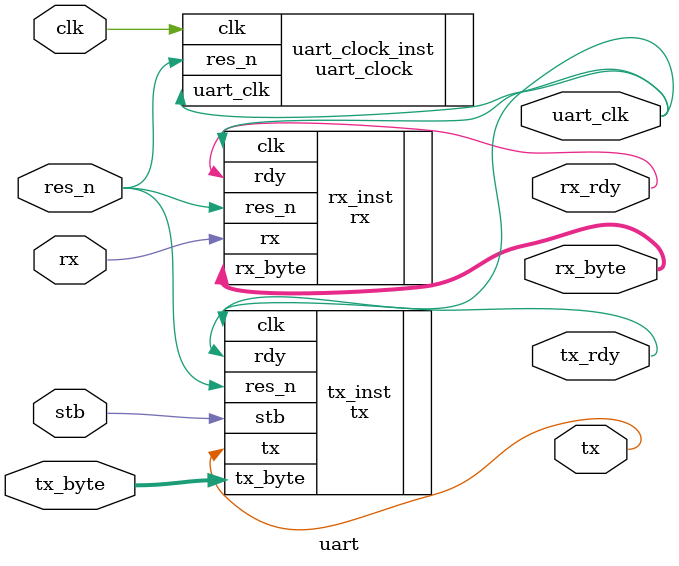
<source format=v>
/* The following is the top level module for rx and tx */

module uart #(
	parameter FREQUENCY = 11059200,
	parameter BAUD		= 9600
)
( 
	input clk,
	input res_n,
	
	output uart_clk,
	
	/* Rx */
	input         rx, 
	output  [7:0] rx_byte,
	output        rx_rdy,
		
	/* Tx */
	output          tx,
	output			tx_rdy,
	input     [7:0] tx_byte,
	input           stb   /* strobe tx_byte on posedge */
);

	uart_clock #(
		.FREQUENCY(FREQUENCY),
		.BAUD(BAUD)
	) uart_clock_inst (
		.clk(clk),
		.res_n(res_n),
		.uart_clk(uart_clk)
	);
	
	rx rx_inst (
		.res_n(res_n),
		.rx(rx),
		.clk(uart_clk), /* Baud Rate x 4 (4 posedge's per bit) */
		.rx_byte(rx_byte),
		.rdy(rx_rdy)
	);


	tx tx_inst (
		.tx(tx),
		.tx_byte(tx_byte),
		.stb(stb),   /* strobe tx_byte on posedge */
		.res_n(res_n),
		.rdy(tx_rdy),
		.clk(uart_clk)    /* Baud Rate x 4 (same as rx) */ 
	);

endmodule
</source>
